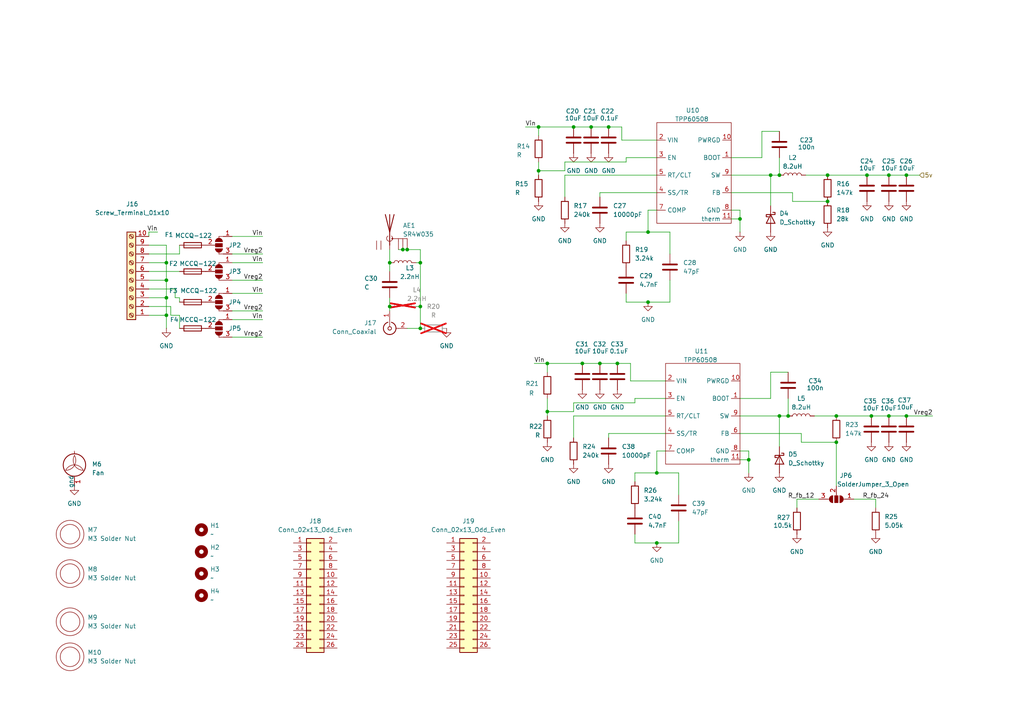
<source format=kicad_sch>
(kicad_sch (version 20231120) (generator "eeschema") (generator_version "8.0")
  (paper "A4")
  (lib_symbols
    (symbol "CM5IO:SolderNut" (pin_numbers hide) (pin_names (offset 0) hide) (exclude_from_sim yes) (on_board no)
      (property "Reference" "M" (at -6.35 -3.556 0))
      (property "Value" "M.2 Solder Nut" (at 0.254 -5.842 0))
    )
    (symbol "Connector:Conn_Coaxial" (pin_names (offset 1.016) hide)
      (property "Reference" "J" (at 0.254 3.048 0))
      (property "Value" "Conn_Coaxial" (at 2.921 0 90))
      (symbol "Conn_Coaxial_1_1"
        (pin passive line (at -5.08 0 0) (length 2.54) (name "In") (number "1"))
        (pin passive line (at 0 -5.08 90) (length 2.54) (name "Ext") (number "2"))
      )
    )
    (symbol "Connector:Screw_Terminal_01x10" (pin_names (offset 1.016) hide)
      (property "Reference" "J" (at 0 12.7 0))
      (property "Value" "Screw_Terminal_01x10" (at 0 -15.24 0))
      (symbol "Screw_Terminal_01x10_1_1"
        (pin passive line (at -5.08 10.16 0) (length 3.81) (name "Pin_1") (number "1"))
        (pin passive line (at -5.08 -12.7 0) (length 3.81) (name "Pin_10") (number "10"))
        (pin passive line (at -5.08 7.62 0) (length 3.81) (name "Pin_2") (number "2"))
        (pin passive line (at -5.08 5.08 0) (length 3.81) (name "Pin_3") (number "3"))
        (pin passive line (at -5.08 2.54 0) (length 3.81) (name "Pin_4") (number "4"))
        (pin passive line (at -5.08 0 0) (length 3.81) (name "Pin_5") (number "5"))
        (pin passive line (at -5.08 -2.54 0) (length 3.81) (name "Pin_6") (number "6"))
        (pin passive line (at -5.08 -5.08 0) (length 3.81) (name "Pin_7") (number "7"))
        (pin passive line (at -5.08 -7.62 0) (length 3.81) (name "Pin_8") (number "8"))
        (pin passive line (at -5.08 -10.16 0) (length 3.81) (name "Pin_9") (number "9"))
      )
    )
    (symbol "Connector_Generic:Conn_02x13_Odd_Even" (pin_names (offset 1.016) hide)
      (property "Reference" "J" (at 1.27 17.78 0))
      (property "Value" "Conn_02x13_Odd_Even" (at 1.27 -17.78 0))
      (symbol "Conn_02x13_Odd_Even_1_1"
        (pin passive line (at -5.08 15.24 0) (length 3.81) (name "Pin_1") (number "1"))
        (pin passive line (at 7.62 5.08 180) (length 3.81) (name "Pin_10") (number "10"))
        (pin passive line (at -5.08 2.54 0) (length 3.81) (name "Pin_11") (number "11"))
        (pin passive line (at 7.62 2.54 180) (length 3.81) (name "Pin_12") (number "12"))
        (pin passive line (at -5.08 0 0) (length 3.81) (name "Pin_13") (number "13"))
        (pin passive line (at 7.62 0 180) (length 3.81) (name "Pin_14") (number "14"))
        (pin passive line (at -5.08 -2.54 0) (length 3.81) (name "Pin_15") (number "15"))
        (pin passive line (at 7.62 -2.54 180) (length 3.81) (name "Pin_16") (number "16"))
        (pin passive line (at -5.08 -5.08 0) (length 3.81) (name "Pin_17") (number "17"))
        (pin passive line (at 7.62 -5.08 180) (length 3.81) (name "Pin_18") (number "18"))
        (pin passive line (at -5.08 -7.62 0) (length 3.81) (name "Pin_19") (number "19"))
        (pin passive line (at 7.62 15.24 180) (length 3.81) (name "Pin_2") (number "2"))
        (pin passive line (at 7.62 -7.62 180) (length 3.81) (name "Pin_20") (number "20"))
        (pin passive line (at -5.08 -10.16 0) (length 3.81) (name "Pin_21") (number "21"))
        (pin passive line (at 7.62 -10.16 180) (length 3.81) (name "Pin_22") (number "22"))
        (pin passive line (at -5.08 -12.7 0) (length 3.81) (name "Pin_23") (number "23"))
        (pin passive line (at 7.62 -12.7 180) (length 3.81) (name "Pin_24") (number "24"))
        (pin passive line (at -5.08 -15.24 0) (length 3.81) (name "Pin_25") (number "25"))
        (pin passive line (at 7.62 -15.24 180) (length 3.81) (name "Pin_26") (number "26"))
        (pin passive line (at -5.08 12.7 0) (length 3.81) (name "Pin_3") (number "3"))
        (pin passive line (at 7.62 12.7 180) (length 3.81) (name "Pin_4") (number "4"))
        (pin passive line (at -5.08 10.16 0) (length 3.81) (name "Pin_5") (number "5"))
        (pin passive line (at 7.62 10.16 180) (length 3.81) (name "Pin_6") (number "6"))
        (pin passive line (at -5.08 7.62 0) (length 3.81) (name "Pin_7") (number "7"))
        (pin passive line (at 7.62 7.62 180) (length 3.81) (name "Pin_8") (number "8"))
        (pin passive line (at -5.08 5.08 0) (length 3.81) (name "Pin_9") (number "9"))
      )
    )
    (symbol "Device:Antenna_Shield" (pin_numbers hide) (pin_names (offset 1.016) hide)
      (property "Reference" "AE1" (at 3.81 1.9051 0))
      (property "Value" "SR4W035" (at 3.81 -0.6349 0))
      (symbol "Antenna_Shield_1_1"
        (pin input line (at -3.81 -5.08 90) (length 2.54) (name "nc") (number "1"))
        (pin input line (at 0 -5.08 90) (length 2.54) (name "feed") (number "2"))
        (pin input line (at 2.54 -5.08 90) (length 2.54) (name "gnd") (number "3"))
        (pin input line (at 3.81 -5.08 90) (length 2.54) (name "gnd") (number "4"))
        (pin input line (at -2.54 -5.08 90) (length 2.54) (name "NC") (number "5"))
        (pin input line (at 5.08 -5.08 90) (length 2.54) (name "gnd") (number "6"))
      )
    )
    (symbol "Device:C" (pin_numbers hide) (pin_names (offset 0.254))
      (property "Reference" "C" (at 0.635 2.54 0))
      (property "Value" "C" (at 0.635 -2.54 0))
      (symbol "C_1_1"
        (pin passive line (at 0 3.81 270) (length 2.794) (name "~") (number "1"))
        (pin passive line (at 0 -3.81 90) (length 2.794) (name "~") (number "2"))
      )
    )
    (symbol "Device:D_Schottky" (pin_numbers hide) (pin_names (offset 1.016) hide)
      (property "Reference" "D" (at 0 2.54 0))
      (property "Value" "D_Schottky" (at 0 -2.54 0))
      (symbol "D_Schottky_1_1"
        (pin passive line (at -3.81 0 0) (length 2.54) (name "K") (number "1"))
        (pin passive line (at 3.81 0 180) (length 2.54) (name "A") (number "2"))
      )
    )
    (symbol "Device:Fuse" (pin_numbers hide) (pin_names (offset 0))
      (property "Reference" "F" (at 2.032 0 90))
      (property "Value" "Fuse" (at -1.905 0 90))
      (symbol "Fuse_1_1"
        (pin passive line (at 0 3.81 270) (length 1.27) (name "~") (number "1"))
        (pin passive line (at 0 -3.81 90) (length 1.27) (name "~") (number "2"))
      )
    )
    (symbol "Device:L" (pin_numbers hide) (pin_names (offset 1.016) hide)
      (property "Reference" "L" (at -1.27 0 90))
      (property "Value" "L" (at 1.905 0 90))
      (symbol "L_1_1"
        (pin passive line (at 0 3.81 270) (length 1.27) (name "1") (number "1"))
        (pin passive line (at 0 -3.81 90) (length 1.27) (name "2") (number "2"))
      )
    )
    (symbol "Device:R" (pin_numbers hide) (pin_names (offset 0))
      (property "Reference" "R" (at 2.032 0 90))
      (property "Value" "R" (at 0 0 90))
      (symbol "R_1_1"
        (pin passive line (at 0 3.81 270) (length 1.27) (name "~") (number "1"))
        (pin passive line (at 0 -3.81 90) (length 1.27) (name "~") (number "2"))
      )
    )
    (symbol "Jumper:SolderJumper_3_Open" (pin_names (offset 0) hide) (exclude_from_sim yes) (in_bom no)
      (property "Reference" "JP1" (at 0 2.794 90))
      (symbol "SolderJumper_3_Open_1_1"
        (pin passive line (at -2.54 3.81 270) (length 2.54) (name "A") (number "1"))
        (pin passive line (at 0 -3.81 90) (length 2.54) (name "C") (number "2"))
        (pin passive line (at 2.54 3.81 270) (length 2.54) (name "B") (number "3"))
      )
    )
    (symbol "Mechanical:MountingHole" (pin_names (offset 1.016)) (exclude_from_sim yes) (in_bom no)
      (property "Reference" "H" (at 0 5.08 0))
      (property "Value" "MountingHole" (at 0 3.175 0))
    )
    (symbol "Motor:Fan" (pin_names (offset 0))
      (property "Reference" "M6" (at 5.08 1.2701 0))
      (property "Value" "Fan" (at 5.08 -1.2699 0))
      (symbol "Fan_1_1"
        (pin passive line (at 0 -5.08 90) (length 2.54) (name "gnd") (number "1"))
      )
    )
    (symbol "SolderJumper_3_Open_1" (pin_names (offset 0) hide) (exclude_from_sim yes) (in_bom no)
      (property "Reference" "JP" (at -2.54 -2.54 0))
      (property "Value" "SolderJumper_3_Open" (at 0 2.794 0))
      (symbol "SolderJumper_3_Open_1_1_1"
        (pin passive line (at -5.08 0 0) (length 2.54) (name "A") (number "1"))
        (pin passive line (at 0 -3.81 90) (length 2.54) (name "C") (number "2"))
        (pin passive line (at 5.08 0 180) (length 2.54) (name "B") (number "3"))
      )
    )
    (symbol "power:GND" (power) (pin_numbers hide) (pin_names (offset 0) hide)
      (property "Value" "GND" (at 0 -3.81 0))
      (symbol "GND_1_1"
        (pin power_in line (at 0 0 270) (length 0) (name "~") (number "1"))
      )
    )
    (symbol "symbols:TPP60508"
      (property "Reference" "U" (at 8.128 29.718 0))
      (property "Value" "TPP60508" (at 10.922 27.94 0))
      (symbol "TPP60508_1_1"
        (pin input line (at 21.59 16.51 180) (length 2.54) (name "BOOT") (number "1"))
        (pin input line (at 21.59 21.59 180) (length 2.54) (name "PWRGD") (number "10"))
        (pin input line (at 21.59 -1.27 180) (length 2.54) (name "therm") (number "11"))
        (pin input line (at 0 21.59 0) (length 2.54) (name "VIN") (number "2"))
        (pin input line (at 0 16.51 0) (length 2.54) (name "EN") (number "3"))
        (pin input line (at 0 6.35 0) (length 2.54) (name "SS/TR") (number "4"))
        (pin input line (at 0 11.43 0) (length 2.54) (name "RT/CLT") (number "5"))
        (pin bidirectional line (at 21.59 6.35 180) (length 2.54) (name "FB") (number "6"))
        (pin input line (at 0 1.27 0) (length 2.54) (name "COMP") (number "7"))
        (pin input line (at 21.59 1.27 180) (length 2.54) (name "GND") (number "8"))
        (pin input line (at 21.59 11.43 180) (length 2.54) (name "SW") (number "9"))
      )
    )
  )
  (junction (at 214.63 63.5))
  (junction (at 187.96 67.31))
  (junction (at 158.75 119.38))
  (junction (at 240.03 58.42))
  (junction (at 48.26 81.28))
  (junction (at 156.21 36.83))
  (junction (at 121.92 95.25))
  (junction (at 257.81 120.65))
  (junction (at 228.6 120.65))
  (junction (at 252.73 120.65))
  (junction (at 179.07 105.41))
  (junction (at 48.26 86.36))
  (junction (at 113.03 88.9))
  (junction (at 226.06 50.8))
  (junction (at 226.06 120.65))
  (junction (at 190.5 137.16))
  (junction (at 262.89 120.65))
  (junction (at 242.57 128.27))
  (junction (at 173.99 105.41))
  (junction (at 251.46 50.8))
  (junction (at 113.03 76.2))
  (junction (at 121.92 88.9))
  (junction (at 118.11 72.39))
  (junction (at 166.37 36.83))
  (junction (at 168.91 105.41))
  (junction (at 48.26 76.2))
  (junction (at 262.89 50.8))
  (junction (at 190.5 157.48))
  (junction (at 223.52 50.8))
  (junction (at 257.81 50.8))
  (junction (at 240.03 50.8))
  (junction (at 171.45 36.83))
  (junction (at 156.21 49.53))
  (junction (at 242.57 120.65))
  (junction (at 121.92 76.2))
  (junction (at 48.26 91.44))
  (junction (at 217.17 133.35))
  (junction (at 187.96 87.63))
  (junction (at 158.75 105.41))
  (junction (at 116.84 72.39))
  (junction (at 176.53 36.83))
  (wire (pts (xy 182.88 105.41) (xy 179.07 105.41)))
  (wire (pts (xy 214.63 125.73) (xy 232.41 125.73)))
  (wire (pts (xy 193.04 125.73) (xy 176.53 125.73)))
  (wire (pts (xy 190.5 45.72) (xy 181.61 45.72)))
  (wire (pts (xy 181.61 45.72) (xy 181.61 46.99)))
  (wire (pts (xy 214.63 120.65) (xy 226.06 120.65)))
  (wire (pts (xy 121.92 72.39) (xy 118.11 72.39)))
  (wire (pts (xy 158.75 115.57) (xy 158.75 119.38)))
  (wire (pts (xy 67.31 68.58) (xy 76.2 68.58)))
  (wire (pts (xy 254 144.78) (xy 254 147.32)))
  (wire (pts (xy 182.88 110.49) (xy 193.04 110.49)))
  (wire (pts (xy 190.5 157.48) (xy 196.85 157.48)))
  (wire (pts (xy 223.52 107.95) (xy 228.6 107.95)))
  (wire (pts (xy 217.17 130.81) (xy 217.17 133.35)))
  (wire (pts (xy 223.52 50.8) (xy 223.52 59.69)))
  (wire (pts (xy 240.03 50.8) (xy 251.46 50.8)))
  (wire (pts (xy 223.52 115.57) (xy 223.52 107.95)))
  (wire (pts (xy 212.09 63.5) (xy 214.63 63.5)))
  (wire (pts (xy 184.15 157.48) (xy 190.5 157.48)))
  (wire (pts (xy 176.53 36.83) (xy 171.45 36.83)))
  (wire (pts (xy 48.26 81.28) (xy 48.26 86.36)))
  (wire (pts (xy 166.37 120.65) (xy 166.37 127)))
  (wire (pts (xy 67.31 90.17) (xy 76.2 90.17)))
  (wire (pts (xy 43.18 86.36) (xy 48.26 86.36)))
  (wire (pts (xy 158.75 105.41) (xy 158.75 107.95)))
  (wire (pts (xy 252.73 120.65) (xy 257.81 120.65)))
  (wire (pts (xy 163.83 49.53) (xy 156.21 49.53)))
  (wire (pts (xy 163.83 50.8) (xy 163.83 57.15)))
  (wire (pts (xy 229.87 55.88) (xy 229.87 58.42)))
  (wire (pts (xy 180.34 40.64) (xy 190.5 40.64)))
  (wire (pts (xy 190.5 130.81) (xy 190.5 137.16)))
  (wire (pts (xy 190.5 137.16) (xy 196.85 137.16)))
  (wire (pts (xy 214.63 130.81) (xy 217.17 130.81)))
  (wire (pts (xy 214.63 63.5) (xy 214.63 67.31)))
  (wire (pts (xy 43.18 67.31) (xy 43.18 68.58)))
  (wire (pts (xy 52.07 91.44) (xy 52.07 95.25)))
  (wire (pts (xy 48.26 71.12) (xy 48.26 76.2)))
  (wire (pts (xy 231.14 144.78) (xy 237.49 144.78)))
  (wire (pts (xy 226.06 120.65) (xy 226.06 129.54)))
  (wire (pts (xy 190.5 50.8) (xy 163.83 50.8)))
  (wire (pts (xy 251.46 50.8) (xy 257.81 50.8)))
  (wire (pts (xy 67.31 81.28) (xy 76.2 81.28)))
  (wire (pts (xy 214.63 60.96) (xy 214.63 63.5)))
  (wire (pts (xy 173.99 105.41) (xy 168.91 105.41)))
  (wire (pts (xy 173.99 55.88) (xy 173.99 57.15)))
  (wire (pts (xy 184.15 137.16) (xy 184.15 139.7)))
  (wire (pts (xy 242.57 140.97) (xy 242.57 128.27)))
  (wire (pts (xy 184.15 115.57) (xy 184.15 116.84)))
  (wire (pts (xy 194.31 67.31) (xy 194.31 73.66)))
  (wire (pts (xy 228.6 120.65) (xy 228.6 115.57)))
  (wire (pts (xy 257.81 50.8) (xy 262.89 50.8)))
  (wire (pts (xy 232.41 128.27) (xy 242.57 128.27)))
  (wire (pts (xy 180.34 36.83) (xy 176.53 36.83)))
  (wire (pts (xy 158.75 119.38) (xy 158.75 120.65)))
  (wire (pts (xy 190.5 55.88) (xy 173.99 55.88)))
  (wire (pts (xy 43.18 91.44) (xy 48.26 91.44)))
  (wire (pts (xy 163.83 46.99) (xy 163.83 49.53)))
  (wire (pts (xy 113.03 76.2) (xy 113.03 78.74)))
  (wire (pts (xy 181.61 85.09) (xy 181.61 87.63)))
  (wire (pts (xy 43.18 67.31) (xy 45.72 67.31)))
  (wire (pts (xy 212.09 55.88) (xy 229.87 55.88)))
  (wire (pts (xy 67.31 73.66) (xy 76.2 73.66)))
  (wire (pts (xy 229.87 58.42) (xy 240.03 58.42)))
  (wire (pts (xy 67.31 92.71) (xy 76.2 92.71)))
  (wire (pts (xy 156.21 46.99) (xy 156.21 49.53)))
  (wire (pts (xy 49.53 91.44) (xy 49.53 88.9)))
  (wire (pts (xy 48.26 86.36) (xy 48.26 91.44)))
  (wire (pts (xy 214.63 115.57) (xy 223.52 115.57)))
  (wire (pts (xy 43.18 73.66) (xy 52.07 73.66)))
  (wire (pts (xy 181.61 87.63) (xy 187.96 87.63)))
  (wire (pts (xy 233.68 50.8) (xy 240.03 50.8)))
  (wire (pts (xy 52.07 78.74) (xy 43.18 78.74)))
  (wire (pts (xy 43.18 76.2) (xy 48.26 76.2)))
  (wire (pts (xy 193.04 120.65) (xy 166.37 120.65)))
  (wire (pts (xy 190.5 60.96) (xy 187.96 60.96)))
  (wire (pts (xy 226.06 120.65) (xy 228.6 120.65)))
  (wire (pts (xy 121.92 95.25) (xy 121.92 88.9)))
  (wire (pts (xy 113.03 72.39) (xy 113.03 76.2)))
  (wire (pts (xy 50.8 83.82) (xy 43.18 83.82)))
  (wire (pts (xy 116.84 72.39) (xy 115.57 72.39)))
  (wire (pts (xy 187.96 87.63) (xy 194.31 87.63)))
  (wire (pts (xy 166.37 36.83) (xy 156.21 36.83)))
  (wire (pts (xy 212.09 50.8) (xy 223.52 50.8)))
  (wire (pts (xy 113.03 88.9) (xy 113.03 90.17)))
  (wire (pts (xy 180.34 36.83) (xy 180.34 40.64)))
  (wire (pts (xy 158.75 105.41) (xy 154.94 105.41)))
  (wire (pts (xy 50.8 86.36) (xy 52.07 86.36)))
  (wire (pts (xy 226.06 50.8) (xy 226.06 45.72)))
  (wire (pts (xy 179.07 105.41) (xy 173.99 105.41)))
  (wire (pts (xy 184.15 116.84) (xy 166.37 116.84)))
  (wire (pts (xy 212.09 60.96) (xy 214.63 60.96)))
  (wire (pts (xy 49.53 88.9) (xy 43.18 88.9)))
  (wire (pts (xy 184.15 154.94) (xy 184.15 157.48)))
  (wire (pts (xy 193.04 115.57) (xy 184.15 115.57)))
  (wire (pts (xy 187.96 60.96) (xy 187.96 67.31)))
  (wire (pts (xy 50.8 86.36) (xy 50.8 83.82)))
  (wire (pts (xy 212.09 45.72) (xy 220.98 45.72)))
  (wire (pts (xy 194.31 87.63) (xy 194.31 81.28)))
  (wire (pts (xy 52.07 71.12) (xy 52.07 73.66)))
  (wire (pts (xy 231.14 144.78) (xy 231.14 147.32)))
  (wire (pts (xy 52.07 91.44) (xy 49.53 91.44)))
  (wire (pts (xy 236.22 120.65) (xy 242.57 120.65)))
  (wire (pts (xy 166.37 119.38) (xy 158.75 119.38)))
  (wire (pts (xy 121.92 95.25) (xy 118.11 95.25)))
  (wire (pts (xy 67.31 97.79) (xy 76.2 97.79)))
  (wire (pts (xy 43.18 71.12) (xy 48.26 71.12)))
  (wire (pts (xy 121.92 88.9) (xy 121.92 76.2)))
  (wire (pts (xy 193.04 130.81) (xy 190.5 130.81)))
  (wire (pts (xy 190.5 137.16) (xy 184.15 137.16)))
  (wire (pts (xy 43.18 81.28) (xy 48.26 81.28)))
  (wire (pts (xy 181.61 67.31) (xy 181.61 69.85)))
  (wire (pts (xy 187.96 67.31) (xy 181.61 67.31)))
  (wire (pts (xy 48.26 76.2) (xy 48.26 81.28)))
  (wire (pts (xy 176.53 125.73) (xy 176.53 127)))
  (wire (pts (xy 67.31 85.09) (xy 76.2 85.09)))
  (wire (pts (xy 182.88 105.41) (xy 182.88 110.49)))
  (wire (pts (xy 232.41 125.73) (xy 232.41 128.27)))
  (wire (pts (xy 156.21 49.53) (xy 156.21 50.8)))
  (wire (pts (xy 220.98 45.72) (xy 220.98 38.1)))
  (wire (pts (xy 262.89 50.8) (xy 266.7 50.8)))
  (wire (pts (xy 67.31 76.2) (xy 76.2 76.2)))
  (wire (pts (xy 168.91 105.41) (xy 158.75 105.41)))
  (wire (pts (xy 181.61 46.99) (xy 163.83 46.99)))
  (wire (pts (xy 52.07 86.36) (xy 52.07 87.63)))
  (wire (pts (xy 118.11 72.39) (xy 116.84 72.39)))
  (wire (pts (xy 120.65 88.9) (xy 121.92 88.9)))
  (wire (pts (xy 187.96 67.31) (xy 194.31 67.31)))
  (wire (pts (xy 220.98 38.1) (xy 226.06 38.1)))
  (wire (pts (xy 223.52 50.8) (xy 226.06 50.8)))
  (wire (pts (xy 166.37 116.84) (xy 166.37 119.38)))
  (wire (pts (xy 156.21 36.83) (xy 152.4 36.83)))
  (wire (pts (xy 214.63 133.35) (xy 217.17 133.35)))
  (wire (pts (xy 196.85 157.48) (xy 196.85 151.13)))
  (wire (pts (xy 156.21 39.37) (xy 156.21 36.83)))
  (wire (pts (xy 113.03 86.36) (xy 113.03 88.9)))
  (wire (pts (xy 262.89 120.65) (xy 270.51 120.65)))
  (wire (pts (xy 196.85 137.16) (xy 196.85 143.51)))
  (wire (pts (xy 257.81 120.65) (xy 262.89 120.65)))
  (wire (pts (xy 120.65 76.2) (xy 121.92 76.2)))
  (wire (pts (xy 171.45 36.83) (xy 166.37 36.83)))
  (wire (pts (xy 247.65 144.78) (xy 254 144.78)))
  (wire (pts (xy 48.26 91.44) (xy 48.26 95.25)))
  (wire (pts (xy 217.17 133.35) (xy 217.17 137.16)))
  (wire (pts (xy 121.92 76.2) (xy 121.92 72.39)))
  (wire (pts (xy 242.57 120.65) (xy 252.73 120.65)))
  (label "R_fb_24" (at 250.19 144.78 0))
  (label "Vin" (at 76.2 68.58 180))
  (label "Vin" (at 152.4 36.83 0))
  (label "Vreg2" (at 270.51 120.65 180))
  (label "Vreg2" (at 76.2 97.79 180))
  (label "Vreg2" (at 76.2 81.28 180))
  (label "Vin" (at 154.94 105.41 0))
  (label "Vreg2" (at 76.2 90.17 180))
  (label "Vin" (at 45.72 67.31 180))
  (label "Vreg2" (at 76.2 73.66 180))
  (label "Vin" (at 76.2 85.09 180))
  (label "Vin" (at 76.2 92.71 180))
  (label "Vin" (at 76.2 76.2 180))
  (label "R_fb_12" (at 236.22 144.78 180))
  (hierarchical_label "5v" (shape input) (at 266.7 50.8 0))
  (symbol (lib_id "Device:C") (at 226.06 41.91 0) (unit 1)
    (property "Reference" "C23" (at 231.902 40.64 0) (effects (justify left)))
    (property "Value" "100n" (at 231.394 42.672 0) (effects (justify left)))
    (property "Footprint" "Capacitor_SMD:C_0805_2012Metric_Pad1.18x1.45mm_HandSolder" (effects (hide yes)))
    (property "Description" "Unpolarized capacitor" (effects (hide yes)))
    (property "digikey" "1276-1003-1-ND" (effects (hide yes)))
  )
  (symbol (lib_id "power:GND") (at 262.89 58.42 0) (unit 1)
    (property "Reference" "#PWR060" (effects (hide yes)))
    (property "Value" "GND" (at 262.89 63.5 0))
    (property "Description" "Power symbol creates a global label with name \"GND\" , ground" (effects (hide yes)))
  )
  (symbol (lib_id "Mechanical:MountingHole") (at 58.42 166.37 0) (unit 1) (exclude_from_sim yes) (in_bom no)
    (property "Reference" "H3" (at 60.96 165.0999 0) (effects (justify left)))
    (property "Value" "~" (at 60.96 167.6399 0) (effects (justify left)))
    (property "Footprint" "MountingHole:MountingHole_4.3mm_M4" (effects (hide yes)))
    (property "Description" "Mounting Hole without connection" (effects (hide yes)))
  )
  (symbol (lib_id "power:GND") (at 223.52 67.31 0) (unit 1)
    (property "Reference" "#PWR065" (effects (hide yes)))
    (property "Value" "GND" (at 223.52 72.39 0))
    (property "Description" "Power symbol creates a global label with name \"GND\" , ground" (effects (hide yes)))
  )
  (symbol (lib_id "power:GND") (at 257.81 128.27 0) (unit 1)
    (property "Reference" "#PWR074" (effects (hide yes)))
    (property "Value" "GND" (at 257.81 133.35 0))
    (property "Description" "Power symbol creates a global label with name \"GND\" , ground" (effects (hide yes)))
  )
  (symbol (lib_id "power:GND") (at 187.96 87.63 0) (unit 1)
    (property "Reference" "#PWR066" (effects (hide yes)))
    (property "Value" "GND" (at 187.96 92.71 0))
    (property "Description" "Power symbol creates a global label with name \"GND\" , ground" (effects (hide yes)))
  )
  (symbol (lib_id "power:GND") (at 190.5 157.48 0) (unit 1)
    (property "Reference" "#PWR082" (effects (hide yes)))
    (property "Value" "GND" (at 190.5 162.56 0))
    (property "Description" "Power symbol creates a global label with name \"GND\" , ground" (effects (hide yes)))
  )
  (symbol (lib_id "Jumper:SolderJumper_3_Open") (at 63.5 95.25 270) (unit 1) (exclude_from_sim yes) (in_bom no)
    (property "Reference" "JP5" (at 66.294 95.25 90) (effects (justify left)))
    (property "Value" "SolderJumper_3_Open" (effects (hide yes)))
    (property "Footprint" "footprints:resistor_jumper_3_way_0805" (effects (hide yes)))
    (property "Description" "Solder Jumper, 3-pole, open" (effects (hide yes)))
    (property "digikey" "118-CRF0805-J/-000ELFDKR-ND" (effects (hide yes)))
  )
  (symbol (lib_id "CM5IO:SolderNut") (at 20.32 154.94 0) (unit 1) (exclude_from_sim yes) (on_board no)
    (property "Reference" "M7" (at 25.4 153.6699 0) (effects (justify left)))
    (property "Value" "M3 Solder Nut" (at 25.4 156.2099 0) (effects (justify left)))
  )
  (symbol (lib_id "Device:R") (at 163.83 60.96 180) (unit 1)
    (property "Reference" "R17" (at 166.37 59.6899 0) (effects (justify right)))
    (property "Value" "240k" (at 166.37 62.2299 0) (effects (justify right)))
    (property "Footprint" "Resistor_SMD:R_0805_2012Metric_Pad1.20x1.40mm_HandSolder" (effects (hide yes)))
    (property "Description" "Resistor" (effects (hide yes)))
    (property "digikey" "311-240KCRDKR-ND" (effects (hide yes)))
  )
  (symbol (lib_id "Device:R") (at 242.57 124.46 180) (unit 1)
    (property "Reference" "R23" (at 245.11 123.1899 0) (effects (justify right)))
    (property "Value" "147k" (at 245.11 125.7299 0) (effects (justify right)))
    (property "Footprint" "Resistor_SMD:R_0805_2012Metric_Pad1.20x1.40mm_HandSolder" (effects (hide yes)))
    (property "Description" "Resistor" (effects (hide yes)))
    (property "digikey" "311-147KCRDKR-ND " (effects (hide yes)))
  )
  (symbol (lib_id "Jumper:SolderJumper_3_Open") (at 63.5 78.74 270) (unit 1) (exclude_from_sim yes) (in_bom no)
    (property "Reference" "JP3" (at 66.294 78.74 90) (effects (justify left)))
    (property "Value" "SolderJumper_3_Open" (effects (hide yes)))
    (property "Footprint" "footprints:resistor_jumper_3_way_0805" (effects (hide yes)))
    (property "Description" "Solder Jumper, 3-pole, open" (effects (hide yes)))
    (property "digikey" "118-CRF0805-J/-000ELFDKR-ND" (effects (hide yes)))
  )
  (symbol (lib_id "Device:C") (at 257.81 54.61 0) (unit 1)
    (property "Reference" "C25" (at 255.778 46.736 0) (effects (justify left)))
    (property "Value" "10uF" (at 255.524 48.768 0) (effects (justify left)))
    (property "Footprint" "Capacitor_SMD:C_1210_3225Metric_Pad1.33x2.70mm_HandSolder" (effects (hide yes)))
    (property "Description" "Unpolarized capacitor" (effects (hide yes)))
    (property "digikey" "490-GRM32EC72A106ME05LCT-ND" (effects (hide yes)))
  )
  (symbol (lib_id "power:GND") (at 231.14 154.94 0) (unit 1)
    (property "Reference" "#PWR083" (effects (hide yes)))
    (property "Value" "GND" (at 231.14 160.02 0))
    (property "Description" "Power symbol creates a global label with name \"GND\" , ground" (effects (hide yes)))
  )
  (symbol (lib_id "Device:C") (at 168.91 109.22 0) (unit 1)
    (property "Reference" "C31" (at 166.878 99.822 0) (effects (justify left)))
    (property "Value" "10uF" (at 166.624 101.854 0) (effects (justify left)))
    (property "Footprint" "Capacitor_SMD:C_1210_3225Metric_Pad1.33x2.70mm_HandSolder" (effects (hide yes)))
    (property "Description" "Unpolarized capacitor" (effects (hide yes)))
    (property "digikey" "490-GRM32EC72A106ME05LCT-ND" (effects (hide yes)))
  )
  (symbol (lib_id "power:GND") (at 214.63 67.31 0) (unit 1)
    (property "Reference" "#PWR064" (effects (hide yes)))
    (property "Value" "GND" (at 214.63 72.39 0))
    (property "Description" "Power symbol creates a global label with name \"GND\" , ground" (effects (hide yes)))
  )
  (symbol (lib_id "power:GND") (at 21.59 140.97 0) (unit 1)
    (property "Reference" "#PWR081" (effects (hide yes)))
    (property "Value" "GND" (at 21.59 146.05 0))
    (property "Description" "Power symbol creates a global label with name \"GND\" , ground" (effects (hide yes)))
  )
  (symbol (lib_id "Connector:Screw_Terminal_01x10") (at 38.1 81.28 180) (unit 1)
    (property "Reference" "J16" (at 38.354 59.182 0))
    (property "Value" "Screw_Terminal_01x10" (at 38.354 61.722 0))
    (property "Footprint" "footprints:HB9500-9.5-10p" (effects (hide yes)))
    (property "Description" "Generic screw terminal, single row, 01x10, script generated (kicad-library-utils/schlib/autogen/connector/)" (effects (hide yes)))
  )
  (symbol (lib_id "Device:R") (at 125.73 95.25 90) (unit 1) (on_board no) (dnp yes)
    (property "Reference" "R20" (at 125.73 88.9 90))
    (property "Value" "R" (at 125.73 91.44 90))
    (property "Footprint" "Resistor_SMD:R_0805_2012Metric_Pad1.20x1.40mm_HandSolder" (effects (hide yes)))
    (property "Description" "Resistor" (effects (hide yes)))
  )
  (symbol (lib_id "power:GND") (at 257.81 58.42 0) (unit 1)
    (property "Reference" "#PWR059" (effects (hide yes)))
    (property "Value" "GND" (at 257.81 63.5 0))
    (property "Description" "Power symbol creates a global label with name \"GND\" , ground" (effects (hide yes)))
  )
  (symbol (lib_id "symbols:TPP60508") (at 193.04 132.08 0) (unit 1)
    (property "Reference" "U11" (at 203.454 101.854 0))
    (property "Value" "TPP60508" (at 203.2 104.394 0))
    (property "Footprint" "footprints:DFN-10_EP_4x4_Pitch0.8mm" (effects (hide yes)))
    (property "digikey" "5503-TPP60508L1-DF9R-SCT-ND" (effects (hide yes)))
  )
  (symbol (lib_id "Connector_Generic:Conn_02x13_Odd_Even") (at 90.17 172.72 0) (unit 1) (on_board no)
    (property "Reference" "J18" (at 91.44 151.13 0))
    (property "Value" "Conn_02x13_Odd_Even" (at 91.44 153.67 0))
    (property "Description" "Generic connector, double row, 02x13, odd/even pin numbering scheme (row 1 odd numbers, row 2 even numbers), script generated (kicad-library-utils/schlib/autogen/connector/)" (effects (hide yes)))
    (property "digikey" "HHKC26H-ND" (effects (hide yes)))
  )
  (symbol (lib_id "power:GND") (at 158.75 128.27 0) (unit 1)
    (property "Reference" "#PWR072" (effects (hide yes)))
    (property "Value" "GND" (at 158.75 133.35 0))
    (property "Description" "Power symbol creates a global label with name \"GND\" , ground" (effects (hide yes)))
  )
  (symbol (lib_id "power:GND") (at 163.83 64.77 0) (unit 1)
    (property "Reference" "#PWR061" (effects (hide yes)))
    (property "Value" "GND" (at 163.83 69.85 0))
    (property "Description" "Power symbol creates a global label with name \"GND\" , ground" (effects (hide yes)))
  )
  (symbol (lib_id "Device:Antenna_Shield") (at 113.03 67.31 0) (unit 1) (on_board no)
    (property "Reference" "AE1" (at 116.84 65.4049 0) (effects (justify left)))
    (property "Value" "SR4W035" (at 116.84 67.9449 0) (effects (justify left)))
    (property "Footprint" "footprints:SR4W035" (effects (hide yes)))
    (property "Description" "Antenna with extra pin for shielding" (effects (hide yes)))
    (property "digikey" "627-1093-6-ND" (effects (hide yes)))
  )
  (symbol (lib_id "Device:C") (at 176.53 40.64 0) (unit 1)
    (property "Reference" "C22" (at 174.244 32.258 0) (effects (justify left)))
    (property "Value" "0.1uF" (at 173.99 34.29 0) (effects (justify left)))
    (property "Footprint" "Capacitor_SMD:C_0805_2012Metric_Pad1.18x1.45mm_HandSolder" (effects (hide yes)))
    (property "Description" "Unpolarized capacitor" (effects (hide yes)))
  )
  (symbol (lib_id "Device:R") (at 240.03 62.23 180) (unit 1)
    (property "Reference" "R18" (at 242.57 60.9599 0) (effects (justify right)))
    (property "Value" "28k" (at 242.57 63.4999 0) (effects (justify right)))
    (property "Footprint" "Resistor_SMD:R_0805_2012Metric_Pad1.20x1.40mm_HandSolder" (effects (hide yes)))
    (property "Description" "Resistor" (effects (hide yes)))
    (property "digikey" "311-28.0KCRDKR-ND" (effects (hide yes)))
  )
  (symbol (lib_id "Jumper:SolderJumper_3_Open") (at 63.5 87.63 270) (unit 1) (exclude_from_sim yes) (in_bom no)
    (property "Reference" "JP4" (at 66.294 87.63 90) (effects (justify left)))
    (property "Value" "SolderJumper_3_Open" (effects (hide yes)))
    (property "Footprint" "footprints:resistor_jumper_3_way_0805" (effects (hide yes)))
    (property "Description" "Solder Jumper, 3-pole, open" (effects (hide yes)))
    (property "digikey" "118-CRF0805-J/-000ELFDKR-ND" (effects (hide yes)))
  )
  (symbol (lib_id "Device:R") (at 158.75 111.76 0) (unit 1)
    (property "Reference" "R21" (at 152.4 111.252 0) (effects (justify left)))
    (property "Value" "R" (at 153.416 114.046 0) (effects (justify left)))
    (property "Footprint" "Resistor_SMD:R_0805_2012Metric_Pad1.20x1.40mm_HandSolder" (effects (hide yes)))
    (property "Description" "Resistor" (effects (hide yes)))
  )
  (symbol (lib_id "Device:C") (at 184.15 151.13 0) (unit 1)
    (property "Reference" "C40" (at 187.96 149.8599 0) (effects (justify left)))
    (property "Value" "4.7nF" (at 187.96 152.3999 0) (effects (justify left)))
    (property "Footprint" "Capacitor_SMD:C_0805_2012Metric_Pad1.18x1.45mm_HandSolder" (effects (hide yes)))
    (property "Description" "Unpolarized capacitor" (effects (hide yes)))
    (property "digikey" "1276-2525-1-ND" (effects (hide yes)))
  )
  (symbol (lib_id "Mechanical:MountingHole") (at 58.42 153.67 0) (unit 1) (exclude_from_sim yes) (in_bom no)
    (property "Reference" "H1" (at 60.96 152.3999 0) (effects (justify left)))
    (property "Value" "~" (at 60.96 154.9399 0) (effects (justify left)))
    (property "Footprint" "MountingHole:MountingHole_4.3mm_M4" (effects (hide yes)))
    (property "Description" "Mounting Hole without connection" (effects (hide yes)))
  )
  (symbol (lib_id "Device:C") (at 171.45 40.64 0) (unit 1)
    (property "Reference" "C21" (at 169.164 32.258 0) (effects (justify left)))
    (property "Value" "10uF" (at 168.91 34.29 0) (effects (justify left)))
    (property "Footprint" "Capacitor_SMD:C_1210_3225Metric_Pad1.33x2.70mm_HandSolder" (effects (hide yes)))
    (property "Description" "Unpolarized capacitor" (effects (hide yes)))
    (property "digikey" "490-GRM32EC72A106ME05LCT-ND" (effects (hide yes)))
  )
  (symbol (lib_id "Device:C") (at 257.81 124.46 0) (unit 1)
    (property "Reference" "C36" (at 255.524 116.332 0) (effects (justify left)))
    (property "Value" "10uF" (at 255.27 118.364 0) (effects (justify left)))
    (property "Footprint" "Capacitor_SMD:C_1210_3225Metric_Pad1.33x2.70mm_HandSolder" (effects (hide yes)))
    (property "Description" "Unpolarized capacitor" (effects (hide yes)))
    (property "digikey" "490-GRM32EC72A106ME05LCT-ND" (effects (hide yes)))
  )
  (symbol (lib_id "power:GND") (at 168.91 113.03 0) (unit 1)
    (property "Reference" "#PWR069" (effects (hide yes)))
    (property "Value" "GND" (at 168.91 118.11 0))
    (property "Description" "Power symbol creates a global label with name \"GND\" , ground" (effects (hide yes)))
  )
  (symbol (lib_id "power:GND") (at 240.03 66.04 0) (unit 1)
    (property "Reference" "#PWR063" (effects (hide yes)))
    (property "Value" "GND" (at 240.03 71.12 0))
    (property "Description" "Power symbol creates a global label with name \"GND\" , ground" (effects (hide yes)))
  )
  (symbol (lib_id "power:GND") (at 176.53 134.62 0) (unit 1)
    (property "Reference" "#PWR077" (effects (hide yes)))
    (property "Value" "GND" (at 176.53 139.7 0))
    (property "Description" "Power symbol creates a global label with name \"GND\" , ground" (effects (hide yes)))
  )
  (symbol (lib_id "Device:C") (at 179.07 109.22 0) (unit 1)
    (property "Reference" "C33" (at 177.038 99.822 0) (effects (justify left)))
    (property "Value" "0.1uF" (at 176.784 101.854 0) (effects (justify left)))
    (property "Footprint" "Capacitor_SMD:C_0805_2012Metric_Pad1.18x1.45mm_HandSolder" (effects (hide yes)))
    (property "Description" "Unpolarized capacitor" (effects (hide yes)))
  )
  (symbol (lib_id "Device:C") (at 228.6 111.76 0) (unit 1)
    (property "Reference" "C34" (at 234.442 110.49 0) (effects (justify left)))
    (property "Value" "100n" (at 233.934 112.522 0) (effects (justify left)))
    (property "Footprint" "Capacitor_SMD:C_0805_2012Metric_Pad1.18x1.45mm_HandSolder" (effects (hide yes)))
    (property "Description" "Unpolarized capacitor" (effects (hide yes)))
    (property "digikey" "1276-1003-1-ND" (effects (hide yes)))
  )
  (symbol (lib_id "Mechanical:MountingHole") (at 58.42 172.72 0) (unit 1) (exclude_from_sim yes) (in_bom no)
    (property "Reference" "H4" (at 60.96 171.4499 0) (effects (justify left)))
    (property "Value" "~" (at 60.96 173.9899 0) (effects (justify left)))
    (property "Footprint" "MountingHole:MountingHole_4.3mm_M4" (effects (hide yes)))
    (property "Description" "Mounting Hole without connection" (effects (hide yes)))
  )
  (symbol (lib_id "power:GND") (at 251.46 58.42 0) (unit 1)
    (property "Reference" "#PWR058" (effects (hide yes)))
    (property "Value" "GND" (at 251.46 63.5 0))
    (property "Description" "Power symbol creates a global label with name \"GND\" , ground" (effects (hide yes)))
  )
  (symbol (lib_id "Device:L") (at 232.41 120.65 90) (unit 1)
    (property "Reference" "L5" (at 232.41 115.57 90))
    (property "Value" "8.2uH" (at 232.41 118.11 90))
    (property "Footprint" "footprints:SMD_inductor_07A7" (effects (hide yes)))
    (property "Description" "Inductor" (effects (hide yes)))
    (property "digikey" "478-LMLP07A7M8R2DTASCT-ND" (effects (hide yes)))
  )
  (symbol (lib_id "Device:C") (at 173.99 60.96 0) (unit 1)
    (property "Reference" "C27" (at 177.8 59.6899 0) (effects (justify left)))
    (property "Value" "10000pF" (at 177.8 62.2299 0) (effects (justify left)))
    (property "Footprint" "Capacitor_SMD:C_0805_2012Metric_Pad1.18x1.45mm_HandSolder" (effects (hide yes)))
    (property "Description" "Unpolarized capacitor" (effects (hide yes)))
    (property "digikey" "1276-1015-6-ND" (effects (hide yes)))
  )
  (symbol (lib_id "Device:R") (at 184.15 143.51 180) (unit 1)
    (property "Reference" "R26" (at 186.69 142.2399 0) (effects (justify right)))
    (property "Value" "3.24k" (at 186.69 144.7799 0) (effects (justify right)))
    (property "Footprint" "Resistor_SMD:R_0805_2012Metric_Pad1.20x1.40mm_HandSolder" (effects (hide yes)))
    (property "Description" "Resistor" (effects (hide yes)))
    (property "digikey" "311-3.24KCRDKR-ND" (effects (hide yes)))
  )
  (symbol (lib_id "power:GND") (at 262.89 128.27 0) (unit 1)
    (property "Reference" "#PWR075" (effects (hide yes)))
    (property "Value" "GND" (at 262.89 133.35 0))
    (property "Description" "Power symbol creates a global label with name \"GND\" , ground" (effects (hide yes)))
  )
  (symbol (lib_id "Device:C") (at 251.46 54.61 0) (unit 1)
    (property "Reference" "C24" (at 249.428 46.736 0) (effects (justify left)))
    (property "Value" "10uF" (at 249.174 48.768 0) (effects (justify left)))
    (property "Footprint" "Capacitor_SMD:C_1210_3225Metric_Pad1.33x2.70mm_HandSolder" (effects (hide yes)))
    (property "Description" "Unpolarized capacitor" (effects (hide yes)))
    (property "digikey" "490-GRM32EC72A106ME05LCT-ND" (effects (hide yes)))
  )
  (symbol (lib_id "power:GND") (at 252.73 128.27 0) (unit 1)
    (property "Reference" "#PWR073" (effects (hide yes)))
    (property "Value" "GND" (at 252.73 133.35 0))
    (property "Description" "Power symbol creates a global label with name \"GND\" , ground" (effects (hide yes)))
  )
  (symbol (lib_id "power:GND") (at 166.37 44.45 0) (unit 1)
    (property "Reference" "#PWR054" (effects (hide yes)))
    (property "Value" "GND" (at 166.37 49.53 0))
    (property "Description" "Power symbol creates a global label with name \"GND\" , ground" (effects (hide yes)))
  )
  (symbol (lib_id "Device:L") (at 229.87 50.8 90) (unit 1)
    (property "Reference" "L2" (at 229.87 45.72 90))
    (property "Value" "8.2uH" (at 229.87 48.26 90))
    (property "Footprint" "footprints:SMD_inductor_07A7" (effects (hide yes)))
    (property "Description" "Inductor" (effects (hide yes)))
    (property "digikey" "478-LMLP07A7M8R2DTASCT-ND" (effects (hide yes)))
  )
  (symbol (lib_id "Device:R") (at 156.21 54.61 0) (unit 1)
    (property "Reference" "R15" (at 149.352 53.34 0) (effects (justify left)))
    (property "Value" "R" (at 149.352 55.88 0) (effects (justify left)))
    (property "Footprint" "Resistor_SMD:R_0805_2012Metric_Pad1.20x1.40mm_HandSolder" (effects (hide yes)))
    (property "Description" "Resistor" (effects (hide yes)))
  )
  (symbol (lib_id "Device:C") (at 176.53 130.81 0) (unit 1)
    (property "Reference" "C38" (at 180.34 129.5399 0) (effects (justify left)))
    (property "Value" "10000pF" (at 180.34 132.0799 0) (effects (justify left)))
    (property "Footprint" "Capacitor_SMD:C_0805_2012Metric_Pad1.18x1.45mm_HandSolder" (effects (hide yes)))
    (property "Description" "Unpolarized capacitor" (effects (hide yes)))
    (property "digikey" "1276-1015-6-ND" (effects (hide yes)))
  )
  (symbol (lib_id "Device:C") (at 113.03 82.55 0) (unit 1) (on_board no)
    (property "Reference" "C30" (at 105.664 80.772 0) (effects (justify left)))
    (property "Value" "C" (at 105.664 83.312 0) (effects (justify left)))
    (property "Footprint" "Capacitor_SMD:C_0805_2012Metric" (effects (hide yes)))
    (property "Description" "Unpolarized capacitor" (effects (hide yes)))
    (property "digikey" "311-4126-6-ND" (effects (hide yes)))
  )
  (symbol (lib_id "Device:R") (at 231.14 151.13 180) (unit 1)
    (property "Reference" "R27" (at 225.298 150.114 0) (effects (justify right)))
    (property "Value" "10.5k" (at 224.282 152.4 0) (effects (justify right)))
    (property "Footprint" "Resistor_SMD:R_0805_2012Metric_Pad1.20x1.40mm_HandSolder" (effects (hide yes)))
    (property "Description" "Resistor" (effects (hide yes)))
    (property "digikey" "13-RC0805FR-0710R5LDKR-ND" (effects (hide yes)))
  )
  (symbol (lib_id "Connector:Conn_Coaxial") (at 113.03 95.25 90) (mirror x) (unit 1) (on_board no)
    (property "Reference" "J17" (at 109.22 93.6624 90) (effects (justify left)))
    (property "Value" "Conn_Coaxial" (at 109.22 96.2024 90) (effects (justify left)))
    (property "Footprint" "Connector_Coaxial:U.FL_Hirose_U.FL-R-SMT-1_Vertical" (effects (hide yes)))
    (property "Description" "coaxial connector (BNC, SMA, SMB, SMC, Cinch/RCA, LEMO, ...)" (effects (hide yes)))
    (property "digikey" "H9161DKR-ND" (effects (hide yes)))
  )
  (symbol (lib_id "Jumper:SolderJumper_3_Open") (at 63.5 71.12 270) (unit 1) (exclude_from_sim yes) (in_bom no)
    (property "Reference" "JP2" (at 66.294 71.12 90) (effects (justify left)))
    (property "Value" "SolderJumper_3_Open" (effects (hide yes)))
    (property "Footprint" "footprints:resistor_jumper_3_way_0805" (effects (hide yes)))
    (property "Description" "Solder Jumper, 3-pole, open" (effects (hide yes)))
    (property "digikey" "118-CRF0805-J/-000ELFDKR-ND" (effects (hide yes)))
  )
  (symbol (lib_id "Device:C") (at 166.37 40.64 0) (unit 1)
    (property "Reference" "C20" (at 164.084 32.258 0) (effects (justify left)))
    (property "Value" "10uF" (at 163.83 34.29 0) (effects (justify left)))
    (property "Footprint" "Capacitor_SMD:C_1210_3225Metric_Pad1.33x2.70mm_HandSolder" (effects (hide yes)))
    (property "Description" "Unpolarized capacitor" (effects (hide yes)))
    (property "digikey" "490-GRM32EC72A106ME05LCT-ND" (effects (hide yes)))
  )
  (symbol (lib_id "power:GND") (at 156.21 58.42 0) (unit 1)
    (property "Reference" "#PWR057" (effects (hide yes)))
    (property "Value" "GND" (at 156.21 63.5 0))
    (property "Description" "Power symbol creates a global label with name \"GND\" , ground" (effects (hide yes)))
  )
  (symbol (lib_id "Device:R") (at 166.37 130.81 180) (unit 1)
    (property "Reference" "R24" (at 168.91 129.5399 0) (effects (justify right)))
    (property "Value" "240k" (at 168.91 132.0799 0) (effects (justify right)))
    (property "Footprint" "Resistor_SMD:R_0805_2012Metric_Pad1.20x1.40mm_HandSolder" (effects (hide yes)))
    (property "Description" "Resistor" (effects (hide yes)))
    (property "digikey" "311-240KCRDKR-ND" (effects (hide yes)))
  )
  (symbol (lib_id "Device:L") (at 116.84 76.2 90) (unit 1) (on_board no)
    (property "Reference" "L3" (at 118.872 77.724 90))
    (property "Value" "2.2nH" (at 118.872 80.264 90))
    (property "Footprint" "Inductor_SMD:L_0805_2012Metric_Pad1.05x1.20mm_HandSolder" (effects (hide yes)))
    (property "Description" "Inductor" (effects (hide yes)))
    (property "digikey" "4816-HCI2012F-2N2SDKR-ND" (effects (hide yes)))
  )
  (symbol (lib_id "Device:D_Schottky") (at 226.06 133.35 270) (unit 1)
    (property "Reference" "D5" (at 228.6 131.7624 90) (effects (justify left)))
    (property "Value" "D_Schottky" (at 228.6 134.3024 90) (effects (justify left)))
    (property "Footprint" "Diode_SMD:D_SMA_Handsoldering" (effects (hide yes)))
    (property "Description" "Schottky diode" (effects (hide yes)))
    (property "digikey" "5399-SS310CT-ND " (effects (hide yes)))
  )
  (symbol (lib_id "power:GND") (at 226.06 137.16 0) (unit 1)
    (property "Reference" "#PWR080" (effects (hide yes)))
    (property "Value" "GND" (at 226.06 142.24 0))
    (property "Description" "Power symbol creates a global label with name \"GND\" , ground" (effects (hide yes)))
  )
  (symbol (lib_id "Device:D_Schottky") (at 223.52 63.5 270) (unit 1)
    (property "Reference" "D4" (at 226.06 61.9124 90) (effects (justify left)))
    (property "Value" "D_Schottky" (at 226.06 64.4524 90) (effects (justify left)))
    (property "Footprint" "Diode_SMD:D_SMA_Handsoldering" (effects (hide yes)))
    (property "Description" "Schottky diode" (effects (hide yes)))
    (property "digikey" "5399-SS310CT-ND " (effects (hide yes)))
  )
  (symbol (lib_id "Device:C") (at 194.31 77.47 0) (unit 1)
    (property "Reference" "C28" (at 198.12 76.1999 0) (effects (justify left)))
    (property "Value" "47pF" (at 198.12 78.7399 0) (effects (justify left)))
    (property "Footprint" "Capacitor_SMD:C_0805_2012Metric_Pad1.18x1.45mm_HandSolder" (effects (hide yes)))
    (property "Description" "Unpolarized capacitor" (effects (hide yes)))
  )
  (symbol (lib_id "power:GND") (at 48.26 95.25 0) (unit 1)
    (property "Reference" "#PWR067" (effects (hide yes)))
    (property "Value" "GND" (at 48.26 100.33 0))
    (property "Description" "Power symbol creates a global label with name \"GND\" , ground" (effects (hide yes)))
  )
  (symbol (lib_id "power:GND") (at 173.99 113.03 0) (unit 1)
    (property "Reference" "#PWR070" (effects (hide yes)))
    (property "Value" "GND" (at 173.99 118.11 0))
    (property "Description" "Power symbol creates a global label with name \"GND\" , ground" (effects (hide yes)))
  )
  (symbol (lib_id "Device:C") (at 181.61 81.28 0) (unit 1)
    (property "Reference" "C29" (at 185.42 80.0099 0) (effects (justify left)))
    (property "Value" "4.7nF" (at 185.42 82.5499 0) (effects (justify left)))
    (property "Footprint" "Capacitor_SMD:C_0805_2012Metric_Pad1.18x1.45mm_HandSolder" (effects (hide yes)))
    (property "Description" "Unpolarized capacitor" (effects (hide yes)))
    (property "digikey" "1276-2525-1-ND" (effects (hide yes)))
  )
  (symbol (lib_id "Connector_Generic:Conn_02x13_Odd_Even") (at 134.62 172.72 0) (unit 1) (on_board no)
    (property "Reference" "J19" (at 135.89 151.13 0))
    (property "Value" "Conn_02x13_Odd_Even" (at 135.89 153.67 0))
    (property "Description" "Generic connector, double row, 02x13, odd/even pin numbering scheme (row 1 odd numbers, row 2 even numbers), script generated (kicad-library-utils/schlib/autogen/connector/)" (effects (hide yes)))
    (property "digikey" "HHKC26H-ND" (effects (hide yes)))
  )
  (symbol (lib_id "Device:R") (at 254 151.13 180) (unit 1)
    (property "Reference" "R25" (at 256.54 149.8599 0) (effects (justify right)))
    (property "Value" "5.05k" (at 256.54 152.3999 0) (effects (justify right)))
    (property "Footprint" "Resistor_SMD:R_0805_2012Metric_Pad1.20x1.40mm_HandSolder" (effects (hide yes)))
    (property "Description" "Resistor" (effects (hide yes)))
    (property "digikey" "13-RT0805BRD075K05LDKR-ND" (effects (hide yes)))
  )
  (symbol (lib_id "Device:C") (at 196.85 147.32 0) (unit 1)
    (property "Reference" "C39" (at 200.66 146.0499 0) (effects (justify left)))
    (property "Value" "47pF" (at 200.66 148.5899 0) (effects (justify left)))
    (property "Footprint" "Capacitor_SMD:C_0805_2012Metric_Pad1.18x1.45mm_HandSolder" (effects (hide yes)))
    (property "Description" "Unpolarized capacitor" (effects (hide yes)))
  )
  (symbol (lib_id "power:GND") (at 179.07 113.03 0) (unit 1)
    (property "Reference" "#PWR071" (effects (hide yes)))
    (property "Value" "GND" (at 179.07 118.11 0))
    (property "Description" "Power symbol creates a global label with name \"GND\" , ground" (effects (hide yes)))
  )
  (symbol (lib_id "Device:L") (at 116.84 88.9 90) (unit 1) (in_bom no) (on_board no) (dnp yes)
    (property "Reference" "L4" (at 120.904 84.074 90))
    (property "Value" "2.2nH" (at 120.904 86.614 90))
    (property "Footprint" "Inductor_SMD:L_0805_2012Metric_Pad1.05x1.20mm_HandSolder" (effects (hide yes)))
    (property "Description" "Inductor" (effects (hide yes)))
    (property "digikey" "490-15077-6-ND" (effects (hide yes)))
  )
  (symbol (lib_id "symbols:TPP60508") (at 190.5 62.23 0) (unit 1)
    (property "Reference" "U10" (at 200.914 32.004 0))
    (property "Value" "TPP60508" (at 200.66 34.544 0))
    (property "Footprint" "footprints:DFN-10_EP_4x4_Pitch0.8mm" (effects (hide yes)))
    (property "digikey" "5503-TPP60508L1-DF9R-SCT-ND" (effects (hide yes)))
  )
  (symbol (lib_id "Mechanical:MountingHole") (at 58.42 160.02 0) (unit 1) (exclude_from_sim yes) (in_bom no)
    (property "Reference" "H2" (at 60.96 158.7499 0) (effects (justify left)))
    (property "Value" "~" (at 60.96 161.2899 0) (effects (justify left)))
    (property "Footprint" "MountingHole:MountingHole_4.3mm_M4" (effects (hide yes)))
    (property "Description" "Mounting Hole without connection" (effects (hide yes)))
  )
  (symbol (lib_id "power:GND") (at 173.99 64.77 0) (unit 1)
    (property "Reference" "#PWR062" (effects (hide yes)))
    (property "Value" "GND" (at 173.99 69.85 0))
    (property "Description" "Power symbol creates a global label with name \"GND\" , ground" (effects (hide yes)))
  )
  (symbol (lib_id "Device:C") (at 252.73 124.46 0) (unit 1)
    (property "Reference" "C35" (at 250.444 116.332 0) (effects (justify left)))
    (property "Value" "10uF" (at 250.19 118.364 0) (effects (justify left)))
    (property "Footprint" "Capacitor_SMD:C_1210_3225Metric_Pad1.33x2.70mm_HandSolder" (effects (hide yes)))
    (property "Description" "Unpolarized capacitor" (effects (hide yes)))
    (property "digikey" "490-GRM32EC72A106ME05LCT-ND" (effects (hide yes)))
  )
  (symbol (lib_id "power:GND") (at 217.17 137.16 0) (unit 1)
    (property "Reference" "#PWR079" (effects (hide yes)))
    (property "Value" "GND" (at 217.17 142.24 0))
    (property "Description" "Power symbol creates a global label with name \"GND\" , ground" (effects (hide yes)))
  )
  (symbol (lib_id "CM5IO:SolderNut") (at 20.32 166.37 0) (unit 1) (exclude_from_sim yes) (on_board no)
    (property "Reference" "M8" (at 25.4 165.0999 0) (effects (justify left)))
    (property "Value" "M3 Solder Nut" (at 25.4 167.6399 0) (effects (justify left)))
  )
  (symbol (lib_id "CM5IO:SolderNut") (at 20.32 190.5 0) (unit 1) (exclude_from_sim yes) (on_board no)
    (property "Reference" "M10" (at 25.4 189.2299 0) (effects (justify left)))
    (property "Value" "M3 Solder Nut" (at 25.4 191.7699 0) (effects (justify left)))
  )
  (symbol (lib_id "Device:R") (at 156.21 43.18 0) (unit 1)
    (property "Reference" "R14" (at 149.86 42.418 0) (effects (justify left)))
    (property "Value" "R" (at 149.86 44.958 0) (effects (justify left)))
    (property "Footprint" "Resistor_SMD:R_0805_2012Metric_Pad1.20x1.40mm_HandSolder" (effects (hide yes)))
    (property "Description" "Resistor" (effects (hide yes)))
  )
  (symbol (lib_id "Device:Fuse") (at 55.88 71.12 90) (unit 1)
    (property "Reference" "F1" (at 49.022 68.072 90))
    (property "Value" "MCCQ-122" (at 56.134 68.326 90))
    (property "Footprint" "footprints:MCCQ-122" (effects (hide yes)))
    (property "Description" "Fuse" (effects (hide yes)))
  )
  (symbol (lib_id "power:GND") (at 254 154.94 0) (unit 1)
    (property "Reference" "#PWR078" (effects (hide yes)))
    (property "Value" "GND" (at 254 160.02 0))
    (property "Description" "Power symbol creates a global label with name \"GND\" , ground" (effects (hide yes)))
  )
  (symbol (lib_id "power:GND") (at 166.37 134.62 0) (unit 1)
    (property "Reference" "#PWR076" (effects (hide yes)))
    (property "Value" "GND" (at 166.37 139.7 0))
    (property "Description" "Power symbol creates a global label with name \"GND\" , ground" (effects (hide yes)))
  )
  (symbol (lib_id "Device:C") (at 262.89 54.61 0) (unit 1)
    (property "Reference" "C26" (at 260.858 46.736 0) (effects (justify left)))
    (property "Value" "10uF" (at 260.604 48.768 0) (effects (justify left)))
    (property "Footprint" "Capacitor_SMD:C_1210_3225Metric_Pad1.33x2.70mm_HandSolder" (effects (hide yes)))
    (property "Description" "Unpolarized capacitor" (effects (hide yes)))
    (property "digikey" "490-GRM32EC72A106ME05LCT-ND" (effects (hide yes)))
  )
  (symbol (lib_id "Device:R") (at 158.75 124.46 0) (unit 1)
    (property "Reference" "R22" (at 153.416 123.698 0) (effects (justify left)))
    (property "Value" "R" (at 155.194 126.238 0) (effects (justify left)))
    (property "Footprint" "Resistor_SMD:R_0805_2012Metric_Pad1.20x1.40mm_HandSolder" (effects (hide yes)))
    (property "Description" "Resistor" (effects (hide yes)))
  )
  (symbol (lib_id "power:GND") (at 176.53 44.45 0) (unit 1)
    (property "Reference" "#PWR056" (effects (hide yes)))
    (property "Value" "GND" (at 176.53 49.53 0))
    (property "Description" "Power symbol creates a global label with name \"GND\" , ground" (effects (hide yes)))
  )
  (symbol (lib_name "SolderJumper_3_Open_1") (lib_id "Jumper:SolderJumper_3_Open") (at 242.57 144.78 180) (unit 1) (exclude_from_sim yes) (in_bom no)
    (property "Reference" "JP6" (at 245.364 137.922 0))
    (property "Value" "SolderJumper_3_Open" (at 253.238 140.462 0))
    (property "Footprint" "Jumper:SolderJumper-3_P1.3mm_Open_RoundedPad1.0x1.5mm" (effects (hide yes)))
    (property "Description" "Solder Jumper, 3-pole, open" (effects (hide yes)))
  )
  (symbol (lib_id "Device:R") (at 181.61 73.66 180) (unit 1)
    (property "Reference" "R19" (at 184.15 72.3899 0) (effects (justify right)))
    (property "Value" "3.24k" (at 184.15 74.9299 0) (effects (justify right)))
    (property "Footprint" "Resistor_SMD:R_0805_2012Metric_Pad1.20x1.40mm_HandSolder" (effects (hide yes)))
    (property "Description" "Resistor" (effects (hide yes)))
    (property "digikey" "311-3.24KCRDKR-ND" (effects (hide yes)))
  )
  (symbol (lib_id "power:GND") (at 129.54 95.25 0) (unit 1)
    (property "Reference" "#PWR068" (effects (hide yes)))
    (property "Value" "GND" (at 129.54 100.33 0))
    (property "Description" "Power symbol creates a global label with name \"GND\" , ground" (effects (hide yes)))
  )
  (symbol (lib_id "CM5IO:SolderNut") (at 20.32 180.34 0) (unit 1) (exclude_from_sim yes) (on_board no)
    (property "Reference" "M9" (at 25.4 179.0699 0) (effects (justify left)))
    (property "Value" "M3 Solder Nut" (at 25.4 181.6099 0) (effects (justify left)))
  )
  (symbol (lib_id "power:GND") (at 171.45 44.45 0) (unit 1)
    (property "Reference" "#PWR055" (effects (hide yes)))
    (property "Value" "GND" (at 171.45 49.53 0))
    (property "Description" "Power symbol creates a global label with name \"GND\" , ground" (effects (hide yes)))
  )
  (symbol (lib_id "Motor:Fan") (at 21.59 135.89 0) (unit 1)
    (property "Reference" "M6" (at 26.67 134.6199 0) (effects (justify left)))
    (property "Value" "Fan" (at 26.67 137.1599 0) (effects (justify left)))
    (property "Footprint" "footprints:fan_40mm_M3" (effects (hide yes)))
    (property "Description" "Fan" (effects (hide yes)))
  )
  (symbol (lib_id "Device:Fuse") (at 55.88 78.74 90) (unit 1)
    (property "Reference" "F2" (at 50.292 76.454 90))
    (property "Value" "MCCQ-122" (at 57.404 76.454 90))
    (property "Footprint" "footprints:MCCQ-122" (effects (hide yes)))
    (property "Description" "Fuse" (effects (hide yes)))
  )
  (symbol (lib_id "Device:C") (at 173.99 109.22 0) (unit 1)
    (property "Reference" "C32" (at 171.958 99.822 0) (effects (justify left)))
    (property "Value" "10uF" (at 171.704 101.854 0) (effects (justify left)))
    (property "Footprint" "Capacitor_SMD:C_1210_3225Metric_Pad1.33x2.70mm_HandSolder" (effects (hide yes)))
    (property "Description" "Unpolarized capacitor" (effects (hide yes)))
    (property "digikey" "490-GRM32EC72A106ME05LCT-ND" (effects (hide yes)))
  )
  (symbol (lib_id "Device:Fuse") (at 55.88 87.63 90) (unit 1)
    (property "Reference" "F3" (at 50.292 84.328 90))
    (property "Value" "MCCQ-122" (at 57.658 84.328 90))
    (property "Footprint" "footprints:MCCQ-122" (effects (hide yes)))
    (property "Description" "Fuse" (effects (hide yes)))
  )
  (symbol (lib_id "Device:R") (at 240.03 54.61 180) (unit 1)
    (property "Reference" "R16" (at 242.57 53.3399 0) (effects (justify right)))
    (property "Value" "147k" (at 242.57 55.8799 0) (effects (justify right)))
    (property "Footprint" "Resistor_SMD:R_0805_2012Metric_Pad1.20x1.40mm_HandSolder" (effects (hide yes)))
    (property "Description" "Resistor" (effects (hide yes)))
    (property "digikey" "311-147KCRDKR-ND " (effects (hide yes)))
  )
  (symbol (lib_id "Device:C") (at 262.89 124.46 0) (unit 1)
    (property "Reference" "C37" (at 260.35 116.078 0) (effects (justify left)))
    (property "Value" "10uF" (at 260.096 118.11 0) (effects (justify left)))
    (property "Footprint" "Capacitor_SMD:C_1210_3225Metric_Pad1.33x2.70mm_HandSolder" (effects (hide yes)))
    (property "Description" "Unpolarized capacitor" (effects (hide yes)))
    (property "digikey" "490-GRM32EC72A106ME05LCT-ND" (effects (hide yes)))
  )
  (symbol (lib_id "Device:Fuse") (at 55.88 95.25 90) (unit 1)
    (property "Reference" "F4" (at 50.546 92.71 90))
    (property "Value" "MCCQ-122" (at 57.404 92.71 90))
    (property "Footprint" "footprints:MCCQ-122" (effects (hide yes)))
    (property "Description" "Fuse" (effects (hide yes)))
  )
)
</source>
